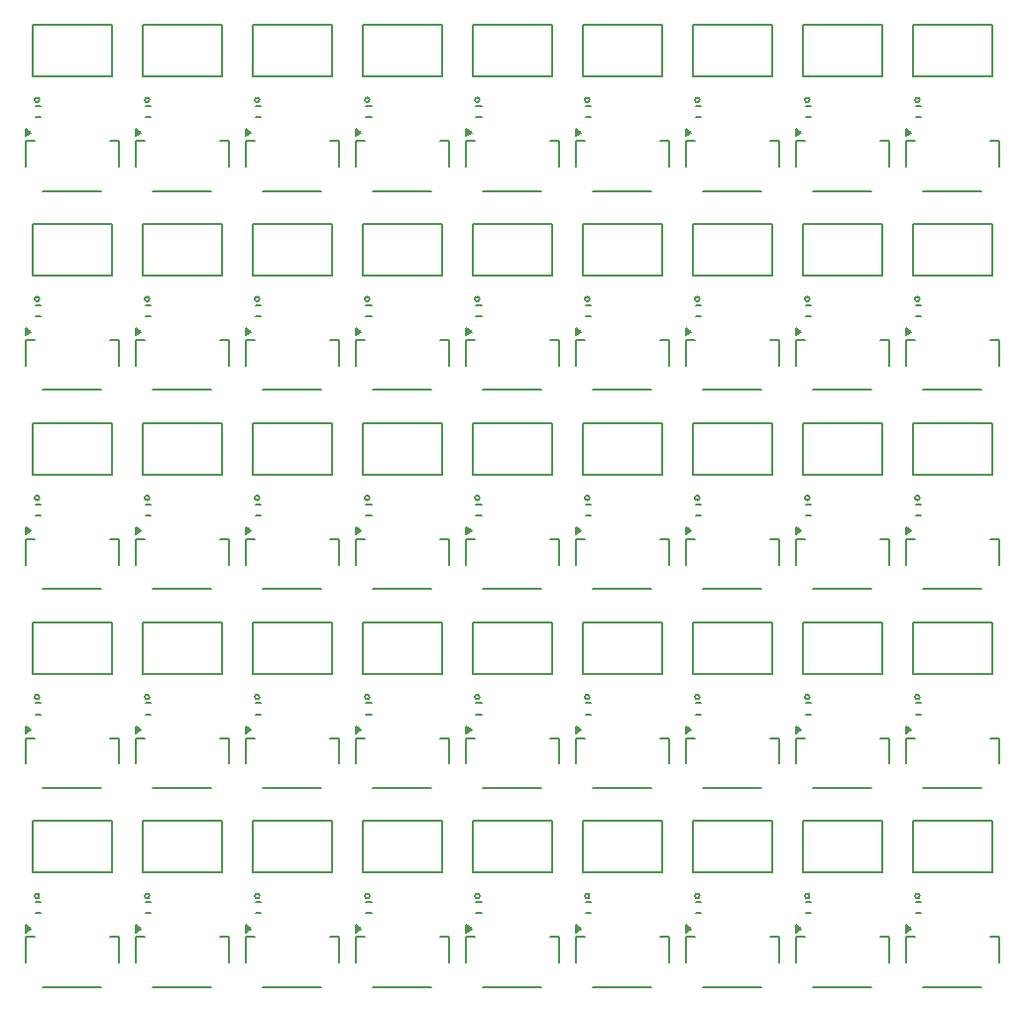
<source format=gbr>
G04 #@! TF.GenerationSoftware,KiCad,Pcbnew,5.0.0-rc2-dev-unknown-c6ef0d5~62~ubuntu16.04.1*
G04 #@! TF.CreationDate,2018-03-19T15:53:38+01:00*
G04 #@! TF.ProjectId,AS5306A_board_5x9_panel,415335333036415F626F6172645F3578,rev?*
G04 #@! TF.SameCoordinates,Original*
G04 #@! TF.FileFunction,Legend,Top*
G04 #@! TF.FilePolarity,Positive*
%FSLAX46Y46*%
G04 Gerber Fmt 4.6, Leading zero omitted, Abs format (unit mm)*
G04 Created by KiCad (PCBNEW 5.0.0-rc2-dev-unknown-c6ef0d5~62~ubuntu16.04.1) date Mon Mar 19 15:53:38 2018*
%MOMM*%
%LPD*%
G01*
G04 APERTURE LIST*
%ADD10C,0.150000*%
%ADD11C,0.203200*%
G04 APERTURE END LIST*
D10*
X176286000Y-60000000D02*
X176286000Y-60200000D01*
X176186000Y-60000000D02*
X176186000Y-60200000D01*
X176086000Y-59900000D02*
X176086000Y-60200000D01*
X176486000Y-60100000D02*
X175986000Y-60400000D01*
X175986000Y-59800000D02*
X176486000Y-60100000D01*
X175986000Y-59800000D02*
X175986000Y-60400000D01*
X175986000Y-60800000D02*
X176786000Y-60800000D01*
X175986000Y-63000000D02*
X175986000Y-60800000D01*
X177486000Y-65075000D02*
X182486000Y-65075000D01*
X183986000Y-63000000D02*
X183986000Y-60800000D01*
X183186000Y-60800000D02*
X183986000Y-60800000D01*
D11*
X167786000Y-91300000D02*
G75*
G03X167786000Y-91300000I-200000J0D01*
G01*
X167186000Y-89300000D02*
X173986000Y-89300000D01*
X173986000Y-89300000D02*
X173986000Y-84900000D01*
X173986000Y-84900000D02*
X167186000Y-84900000D01*
X167186000Y-84900000D02*
X167186000Y-89300000D01*
D10*
X167936000Y-108825000D02*
X167436000Y-108825000D01*
X167436000Y-109775000D02*
X167936000Y-109775000D01*
X176286000Y-128000000D02*
X176286000Y-128200000D01*
X176186000Y-128000000D02*
X176186000Y-128200000D01*
X176086000Y-127900000D02*
X176086000Y-128200000D01*
X176486000Y-128100000D02*
X175986000Y-128400000D01*
X175986000Y-127800000D02*
X176486000Y-128100000D01*
X175986000Y-127800000D02*
X175986000Y-128400000D01*
X175986000Y-128800000D02*
X176786000Y-128800000D01*
X175986000Y-131000000D02*
X175986000Y-128800000D01*
X177486000Y-133075000D02*
X182486000Y-133075000D01*
X183986000Y-131000000D02*
X183986000Y-128800000D01*
X183186000Y-128800000D02*
X183986000Y-128800000D01*
X167936000Y-74825000D02*
X167436000Y-74825000D01*
X167436000Y-75775000D02*
X167936000Y-75775000D01*
X177336000Y-74825000D02*
X176836000Y-74825000D01*
X176836000Y-75775000D02*
X177336000Y-75775000D01*
X176286000Y-77000000D02*
X176286000Y-77200000D01*
X176186000Y-77000000D02*
X176186000Y-77200000D01*
X176086000Y-76900000D02*
X176086000Y-77200000D01*
X176486000Y-77100000D02*
X175986000Y-77400000D01*
X175986000Y-76800000D02*
X176486000Y-77100000D01*
X175986000Y-76800000D02*
X175986000Y-77400000D01*
X175986000Y-77800000D02*
X176786000Y-77800000D01*
X175986000Y-80000000D02*
X175986000Y-77800000D01*
X177486000Y-82075000D02*
X182486000Y-82075000D01*
X183986000Y-80000000D02*
X183986000Y-77800000D01*
X183186000Y-77800000D02*
X183986000Y-77800000D01*
D11*
X177186000Y-108300000D02*
G75*
G03X177186000Y-108300000I-200000J0D01*
G01*
X176586000Y-106300000D02*
X183386000Y-106300000D01*
X183386000Y-106300000D02*
X183386000Y-101900000D01*
X183386000Y-101900000D02*
X176586000Y-101900000D01*
X176586000Y-101900000D02*
X176586000Y-106300000D01*
X177186000Y-57300000D02*
G75*
G03X177186000Y-57300000I-200000J0D01*
G01*
X176586000Y-55300000D02*
X183386000Y-55300000D01*
X183386000Y-55300000D02*
X183386000Y-50900000D01*
X183386000Y-50900000D02*
X176586000Y-50900000D01*
X176586000Y-50900000D02*
X176586000Y-55300000D01*
X177186000Y-125300000D02*
G75*
G03X177186000Y-125300000I-200000J0D01*
G01*
X176586000Y-123300000D02*
X183386000Y-123300000D01*
X183386000Y-123300000D02*
X183386000Y-118900000D01*
X183386000Y-118900000D02*
X176586000Y-118900000D01*
X176586000Y-118900000D02*
X176586000Y-123300000D01*
X167786000Y-125300000D02*
G75*
G03X167786000Y-125300000I-200000J0D01*
G01*
X167186000Y-123300000D02*
X173986000Y-123300000D01*
X173986000Y-123300000D02*
X173986000Y-118900000D01*
X173986000Y-118900000D02*
X167186000Y-118900000D01*
X167186000Y-118900000D02*
X167186000Y-123300000D01*
X177186000Y-91300000D02*
G75*
G03X177186000Y-91300000I-200000J0D01*
G01*
X176586000Y-89300000D02*
X183386000Y-89300000D01*
X183386000Y-89300000D02*
X183386000Y-84900000D01*
X183386000Y-84900000D02*
X176586000Y-84900000D01*
X176586000Y-84900000D02*
X176586000Y-89300000D01*
X177186000Y-74300000D02*
G75*
G03X177186000Y-74300000I-200000J0D01*
G01*
X176586000Y-72300000D02*
X183386000Y-72300000D01*
X183386000Y-72300000D02*
X183386000Y-67900000D01*
X183386000Y-67900000D02*
X176586000Y-67900000D01*
X176586000Y-67900000D02*
X176586000Y-72300000D01*
D10*
X177336000Y-57825000D02*
X176836000Y-57825000D01*
X176836000Y-58775000D02*
X177336000Y-58775000D01*
X177336000Y-125825000D02*
X176836000Y-125825000D01*
X176836000Y-126775000D02*
X177336000Y-126775000D01*
D11*
X167786000Y-108300000D02*
G75*
G03X167786000Y-108300000I-200000J0D01*
G01*
X167186000Y-106300000D02*
X173986000Y-106300000D01*
X173986000Y-106300000D02*
X173986000Y-101900000D01*
X173986000Y-101900000D02*
X167186000Y-101900000D01*
X167186000Y-101900000D02*
X167186000Y-106300000D01*
D10*
X177336000Y-91825000D02*
X176836000Y-91825000D01*
X176836000Y-92775000D02*
X177336000Y-92775000D01*
X166886000Y-60000000D02*
X166886000Y-60200000D01*
X166786000Y-60000000D02*
X166786000Y-60200000D01*
X166686000Y-59900000D02*
X166686000Y-60200000D01*
X167086000Y-60100000D02*
X166586000Y-60400000D01*
X166586000Y-59800000D02*
X167086000Y-60100000D01*
X166586000Y-59800000D02*
X166586000Y-60400000D01*
X166586000Y-60800000D02*
X167386000Y-60800000D01*
X166586000Y-63000000D02*
X166586000Y-60800000D01*
X168086000Y-65075000D02*
X173086000Y-65075000D01*
X174586000Y-63000000D02*
X174586000Y-60800000D01*
X173786000Y-60800000D02*
X174586000Y-60800000D01*
X167936000Y-57825000D02*
X167436000Y-57825000D01*
X167436000Y-58775000D02*
X167936000Y-58775000D01*
X167936000Y-91825000D02*
X167436000Y-91825000D01*
X167436000Y-92775000D02*
X167936000Y-92775000D01*
D11*
X167786000Y-57300000D02*
G75*
G03X167786000Y-57300000I-200000J0D01*
G01*
X167186000Y-55300000D02*
X173986000Y-55300000D01*
X173986000Y-55300000D02*
X173986000Y-50900000D01*
X173986000Y-50900000D02*
X167186000Y-50900000D01*
X167186000Y-50900000D02*
X167186000Y-55300000D01*
D10*
X166886000Y-77000000D02*
X166886000Y-77200000D01*
X166786000Y-77000000D02*
X166786000Y-77200000D01*
X166686000Y-76900000D02*
X166686000Y-77200000D01*
X167086000Y-77100000D02*
X166586000Y-77400000D01*
X166586000Y-76800000D02*
X167086000Y-77100000D01*
X166586000Y-76800000D02*
X166586000Y-77400000D01*
X166586000Y-77800000D02*
X167386000Y-77800000D01*
X166586000Y-80000000D02*
X166586000Y-77800000D01*
X168086000Y-82075000D02*
X173086000Y-82075000D01*
X174586000Y-80000000D02*
X174586000Y-77800000D01*
X173786000Y-77800000D02*
X174586000Y-77800000D01*
X166886000Y-94000000D02*
X166886000Y-94200000D01*
X166786000Y-94000000D02*
X166786000Y-94200000D01*
X166686000Y-93900000D02*
X166686000Y-94200000D01*
X167086000Y-94100000D02*
X166586000Y-94400000D01*
X166586000Y-93800000D02*
X167086000Y-94100000D01*
X166586000Y-93800000D02*
X166586000Y-94400000D01*
X166586000Y-94800000D02*
X167386000Y-94800000D01*
X166586000Y-97000000D02*
X166586000Y-94800000D01*
X168086000Y-99075000D02*
X173086000Y-99075000D01*
X174586000Y-97000000D02*
X174586000Y-94800000D01*
X173786000Y-94800000D02*
X174586000Y-94800000D01*
X167936000Y-125825000D02*
X167436000Y-125825000D01*
X167436000Y-126775000D02*
X167936000Y-126775000D01*
X166886000Y-111000000D02*
X166886000Y-111200000D01*
X166786000Y-111000000D02*
X166786000Y-111200000D01*
X166686000Y-110900000D02*
X166686000Y-111200000D01*
X167086000Y-111100000D02*
X166586000Y-111400000D01*
X166586000Y-110800000D02*
X167086000Y-111100000D01*
X166586000Y-110800000D02*
X166586000Y-111400000D01*
X166586000Y-111800000D02*
X167386000Y-111800000D01*
X166586000Y-114000000D02*
X166586000Y-111800000D01*
X168086000Y-116075000D02*
X173086000Y-116075000D01*
X174586000Y-114000000D02*
X174586000Y-111800000D01*
X173786000Y-111800000D02*
X174586000Y-111800000D01*
X176286000Y-94000000D02*
X176286000Y-94200000D01*
X176186000Y-94000000D02*
X176186000Y-94200000D01*
X176086000Y-93900000D02*
X176086000Y-94200000D01*
X176486000Y-94100000D02*
X175986000Y-94400000D01*
X175986000Y-93800000D02*
X176486000Y-94100000D01*
X175986000Y-93800000D02*
X175986000Y-94400000D01*
X175986000Y-94800000D02*
X176786000Y-94800000D01*
X175986000Y-97000000D02*
X175986000Y-94800000D01*
X177486000Y-99075000D02*
X182486000Y-99075000D01*
X183986000Y-97000000D02*
X183986000Y-94800000D01*
X183186000Y-94800000D02*
X183986000Y-94800000D01*
X166886000Y-128000000D02*
X166886000Y-128200000D01*
X166786000Y-128000000D02*
X166786000Y-128200000D01*
X166686000Y-127900000D02*
X166686000Y-128200000D01*
X167086000Y-128100000D02*
X166586000Y-128400000D01*
X166586000Y-127800000D02*
X167086000Y-128100000D01*
X166586000Y-127800000D02*
X166586000Y-128400000D01*
X166586000Y-128800000D02*
X167386000Y-128800000D01*
X166586000Y-131000000D02*
X166586000Y-128800000D01*
X168086000Y-133075000D02*
X173086000Y-133075000D01*
X174586000Y-131000000D02*
X174586000Y-128800000D01*
X173786000Y-128800000D02*
X174586000Y-128800000D01*
X177336000Y-108825000D02*
X176836000Y-108825000D01*
X176836000Y-109775000D02*
X177336000Y-109775000D01*
D11*
X167786000Y-74300000D02*
G75*
G03X167786000Y-74300000I-200000J0D01*
G01*
X167186000Y-72300000D02*
X173986000Y-72300000D01*
X173986000Y-72300000D02*
X173986000Y-67900000D01*
X173986000Y-67900000D02*
X167186000Y-67900000D01*
X167186000Y-67900000D02*
X167186000Y-72300000D01*
D10*
X176286000Y-111000000D02*
X176286000Y-111200000D01*
X176186000Y-111000000D02*
X176186000Y-111200000D01*
X176086000Y-110900000D02*
X176086000Y-111200000D01*
X176486000Y-111100000D02*
X175986000Y-111400000D01*
X175986000Y-110800000D02*
X176486000Y-111100000D01*
X175986000Y-110800000D02*
X175986000Y-111400000D01*
X175986000Y-111800000D02*
X176786000Y-111800000D01*
X175986000Y-114000000D02*
X175986000Y-111800000D01*
X177486000Y-116075000D02*
X182486000Y-116075000D01*
X183986000Y-114000000D02*
X183986000Y-111800000D01*
X183186000Y-111800000D02*
X183986000Y-111800000D01*
X158040000Y-92775000D02*
X158540000Y-92775000D01*
X158540000Y-91825000D02*
X158040000Y-91825000D01*
X154990000Y-60800000D02*
X155790000Y-60800000D01*
X155790000Y-63000000D02*
X155790000Y-60800000D01*
X149290000Y-65075000D02*
X154290000Y-65075000D01*
X147790000Y-63000000D02*
X147790000Y-60800000D01*
X147790000Y-60800000D02*
X148590000Y-60800000D01*
X147790000Y-59800000D02*
X147790000Y-60400000D01*
X147790000Y-59800000D02*
X148290000Y-60100000D01*
X148290000Y-60100000D02*
X147790000Y-60400000D01*
X147890000Y-59900000D02*
X147890000Y-60200000D01*
X147990000Y-60000000D02*
X147990000Y-60200000D01*
X148090000Y-60000000D02*
X148090000Y-60200000D01*
X148640000Y-58775000D02*
X149140000Y-58775000D01*
X149140000Y-57825000D02*
X148640000Y-57825000D01*
X148640000Y-92775000D02*
X149140000Y-92775000D01*
X149140000Y-91825000D02*
X148640000Y-91825000D01*
X164390000Y-60800000D02*
X165190000Y-60800000D01*
X165190000Y-63000000D02*
X165190000Y-60800000D01*
X158690000Y-65075000D02*
X163690000Y-65075000D01*
X157190000Y-63000000D02*
X157190000Y-60800000D01*
X157190000Y-60800000D02*
X157990000Y-60800000D01*
X157190000Y-59800000D02*
X157190000Y-60400000D01*
X157190000Y-59800000D02*
X157690000Y-60100000D01*
X157690000Y-60100000D02*
X157190000Y-60400000D01*
X157290000Y-59900000D02*
X157290000Y-60200000D01*
X157390000Y-60000000D02*
X157390000Y-60200000D01*
X157490000Y-60000000D02*
X157490000Y-60200000D01*
D11*
X148390000Y-84900000D02*
X148390000Y-89300000D01*
X155190000Y-84900000D02*
X148390000Y-84900000D01*
X155190000Y-89300000D02*
X155190000Y-84900000D01*
X148390000Y-89300000D02*
X155190000Y-89300000D01*
X148990000Y-91300000D02*
G75*
G03X148990000Y-91300000I-200000J0D01*
G01*
D10*
X154990000Y-128800000D02*
X155790000Y-128800000D01*
X155790000Y-131000000D02*
X155790000Y-128800000D01*
X149290000Y-133075000D02*
X154290000Y-133075000D01*
X147790000Y-131000000D02*
X147790000Y-128800000D01*
X147790000Y-128800000D02*
X148590000Y-128800000D01*
X147790000Y-127800000D02*
X147790000Y-128400000D01*
X147790000Y-127800000D02*
X148290000Y-128100000D01*
X148290000Y-128100000D02*
X147790000Y-128400000D01*
X147890000Y-127900000D02*
X147890000Y-128200000D01*
X147990000Y-128000000D02*
X147990000Y-128200000D01*
X148090000Y-128000000D02*
X148090000Y-128200000D01*
X158040000Y-109775000D02*
X158540000Y-109775000D01*
X158540000Y-108825000D02*
X158040000Y-108825000D01*
X148640000Y-109775000D02*
X149140000Y-109775000D01*
X149140000Y-108825000D02*
X148640000Y-108825000D01*
X164390000Y-128800000D02*
X165190000Y-128800000D01*
X165190000Y-131000000D02*
X165190000Y-128800000D01*
X158690000Y-133075000D02*
X163690000Y-133075000D01*
X157190000Y-131000000D02*
X157190000Y-128800000D01*
X157190000Y-128800000D02*
X157990000Y-128800000D01*
X157190000Y-127800000D02*
X157190000Y-128400000D01*
X157190000Y-127800000D02*
X157690000Y-128100000D01*
X157690000Y-128100000D02*
X157190000Y-128400000D01*
X157290000Y-127900000D02*
X157290000Y-128200000D01*
X157390000Y-128000000D02*
X157390000Y-128200000D01*
X157490000Y-128000000D02*
X157490000Y-128200000D01*
X148640000Y-75775000D02*
X149140000Y-75775000D01*
X149140000Y-74825000D02*
X148640000Y-74825000D01*
X158040000Y-75775000D02*
X158540000Y-75775000D01*
X158540000Y-74825000D02*
X158040000Y-74825000D01*
X164390000Y-77800000D02*
X165190000Y-77800000D01*
X165190000Y-80000000D02*
X165190000Y-77800000D01*
X158690000Y-82075000D02*
X163690000Y-82075000D01*
X157190000Y-80000000D02*
X157190000Y-77800000D01*
X157190000Y-77800000D02*
X157990000Y-77800000D01*
X157190000Y-76800000D02*
X157190000Y-77400000D01*
X157190000Y-76800000D02*
X157690000Y-77100000D01*
X157690000Y-77100000D02*
X157190000Y-77400000D01*
X157290000Y-76900000D02*
X157290000Y-77200000D01*
X157390000Y-77000000D02*
X157390000Y-77200000D01*
X157490000Y-77000000D02*
X157490000Y-77200000D01*
D11*
X157790000Y-101900000D02*
X157790000Y-106300000D01*
X164590000Y-101900000D02*
X157790000Y-101900000D01*
X164590000Y-106300000D02*
X164590000Y-101900000D01*
X157790000Y-106300000D02*
X164590000Y-106300000D01*
X158390000Y-108300000D02*
G75*
G03X158390000Y-108300000I-200000J0D01*
G01*
X148390000Y-50900000D02*
X148390000Y-55300000D01*
X155190000Y-50900000D02*
X148390000Y-50900000D01*
X155190000Y-55300000D02*
X155190000Y-50900000D01*
X148390000Y-55300000D02*
X155190000Y-55300000D01*
X148990000Y-57300000D02*
G75*
G03X148990000Y-57300000I-200000J0D01*
G01*
D10*
X154990000Y-77800000D02*
X155790000Y-77800000D01*
X155790000Y-80000000D02*
X155790000Y-77800000D01*
X149290000Y-82075000D02*
X154290000Y-82075000D01*
X147790000Y-80000000D02*
X147790000Y-77800000D01*
X147790000Y-77800000D02*
X148590000Y-77800000D01*
X147790000Y-76800000D02*
X147790000Y-77400000D01*
X147790000Y-76800000D02*
X148290000Y-77100000D01*
X148290000Y-77100000D02*
X147790000Y-77400000D01*
X147890000Y-76900000D02*
X147890000Y-77200000D01*
X147990000Y-77000000D02*
X147990000Y-77200000D01*
X148090000Y-77000000D02*
X148090000Y-77200000D01*
X154990000Y-94800000D02*
X155790000Y-94800000D01*
X155790000Y-97000000D02*
X155790000Y-94800000D01*
X149290000Y-99075000D02*
X154290000Y-99075000D01*
X147790000Y-97000000D02*
X147790000Y-94800000D01*
X147790000Y-94800000D02*
X148590000Y-94800000D01*
X147790000Y-93800000D02*
X147790000Y-94400000D01*
X147790000Y-93800000D02*
X148290000Y-94100000D01*
X148290000Y-94100000D02*
X147790000Y-94400000D01*
X147890000Y-93900000D02*
X147890000Y-94200000D01*
X147990000Y-94000000D02*
X147990000Y-94200000D01*
X148090000Y-94000000D02*
X148090000Y-94200000D01*
X148640000Y-126775000D02*
X149140000Y-126775000D01*
X149140000Y-125825000D02*
X148640000Y-125825000D01*
X154990000Y-111800000D02*
X155790000Y-111800000D01*
X155790000Y-114000000D02*
X155790000Y-111800000D01*
X149290000Y-116075000D02*
X154290000Y-116075000D01*
X147790000Y-114000000D02*
X147790000Y-111800000D01*
X147790000Y-111800000D02*
X148590000Y-111800000D01*
X147790000Y-110800000D02*
X147790000Y-111400000D01*
X147790000Y-110800000D02*
X148290000Y-111100000D01*
X148290000Y-111100000D02*
X147790000Y-111400000D01*
X147890000Y-110900000D02*
X147890000Y-111200000D01*
X147990000Y-111000000D02*
X147990000Y-111200000D01*
X148090000Y-111000000D02*
X148090000Y-111200000D01*
X164390000Y-94800000D02*
X165190000Y-94800000D01*
X165190000Y-97000000D02*
X165190000Y-94800000D01*
X158690000Y-99075000D02*
X163690000Y-99075000D01*
X157190000Y-97000000D02*
X157190000Y-94800000D01*
X157190000Y-94800000D02*
X157990000Y-94800000D01*
X157190000Y-93800000D02*
X157190000Y-94400000D01*
X157190000Y-93800000D02*
X157690000Y-94100000D01*
X157690000Y-94100000D02*
X157190000Y-94400000D01*
X157290000Y-93900000D02*
X157290000Y-94200000D01*
X157390000Y-94000000D02*
X157390000Y-94200000D01*
X157490000Y-94000000D02*
X157490000Y-94200000D01*
X158040000Y-58775000D02*
X158540000Y-58775000D01*
X158540000Y-57825000D02*
X158040000Y-57825000D01*
D11*
X148390000Y-67900000D02*
X148390000Y-72300000D01*
X155190000Y-67900000D02*
X148390000Y-67900000D01*
X155190000Y-72300000D02*
X155190000Y-67900000D01*
X148390000Y-72300000D02*
X155190000Y-72300000D01*
X148990000Y-74300000D02*
G75*
G03X148990000Y-74300000I-200000J0D01*
G01*
D10*
X164390000Y-111800000D02*
X165190000Y-111800000D01*
X165190000Y-114000000D02*
X165190000Y-111800000D01*
X158690000Y-116075000D02*
X163690000Y-116075000D01*
X157190000Y-114000000D02*
X157190000Y-111800000D01*
X157190000Y-111800000D02*
X157990000Y-111800000D01*
X157190000Y-110800000D02*
X157190000Y-111400000D01*
X157190000Y-110800000D02*
X157690000Y-111100000D01*
X157690000Y-111100000D02*
X157190000Y-111400000D01*
X157290000Y-110900000D02*
X157290000Y-111200000D01*
X157390000Y-111000000D02*
X157390000Y-111200000D01*
X157490000Y-111000000D02*
X157490000Y-111200000D01*
D11*
X157790000Y-50900000D02*
X157790000Y-55300000D01*
X164590000Y-50900000D02*
X157790000Y-50900000D01*
X164590000Y-55300000D02*
X164590000Y-50900000D01*
X157790000Y-55300000D02*
X164590000Y-55300000D01*
X158390000Y-57300000D02*
G75*
G03X158390000Y-57300000I-200000J0D01*
G01*
X157790000Y-118900000D02*
X157790000Y-123300000D01*
X164590000Y-118900000D02*
X157790000Y-118900000D01*
X164590000Y-123300000D02*
X164590000Y-118900000D01*
X157790000Y-123300000D02*
X164590000Y-123300000D01*
X158390000Y-125300000D02*
G75*
G03X158390000Y-125300000I-200000J0D01*
G01*
X148390000Y-118900000D02*
X148390000Y-123300000D01*
X155190000Y-118900000D02*
X148390000Y-118900000D01*
X155190000Y-123300000D02*
X155190000Y-118900000D01*
X148390000Y-123300000D02*
X155190000Y-123300000D01*
X148990000Y-125300000D02*
G75*
G03X148990000Y-125300000I-200000J0D01*
G01*
X157790000Y-84900000D02*
X157790000Y-89300000D01*
X164590000Y-84900000D02*
X157790000Y-84900000D01*
X164590000Y-89300000D02*
X164590000Y-84900000D01*
X157790000Y-89300000D02*
X164590000Y-89300000D01*
X158390000Y-91300000D02*
G75*
G03X158390000Y-91300000I-200000J0D01*
G01*
X157790000Y-67900000D02*
X157790000Y-72300000D01*
X164590000Y-67900000D02*
X157790000Y-67900000D01*
X164590000Y-72300000D02*
X164590000Y-67900000D01*
X157790000Y-72300000D02*
X164590000Y-72300000D01*
X158390000Y-74300000D02*
G75*
G03X158390000Y-74300000I-200000J0D01*
G01*
D10*
X158040000Y-126775000D02*
X158540000Y-126775000D01*
X158540000Y-125825000D02*
X158040000Y-125825000D01*
D11*
X148390000Y-101900000D02*
X148390000Y-106300000D01*
X155190000Y-101900000D02*
X148390000Y-101900000D01*
X155190000Y-106300000D02*
X155190000Y-101900000D01*
X148390000Y-106300000D02*
X155190000Y-106300000D01*
X148990000Y-108300000D02*
G75*
G03X148990000Y-108300000I-200000J0D01*
G01*
X139600000Y-125300000D02*
G75*
G03X139600000Y-125300000I-200000J0D01*
G01*
X139000000Y-123300000D02*
X145800000Y-123300000D01*
X145800000Y-123300000D02*
X145800000Y-118900000D01*
X145800000Y-118900000D02*
X139000000Y-118900000D01*
X139000000Y-118900000D02*
X139000000Y-123300000D01*
X130200000Y-125300000D02*
G75*
G03X130200000Y-125300000I-200000J0D01*
G01*
X129600000Y-123300000D02*
X136400000Y-123300000D01*
X136400000Y-123300000D02*
X136400000Y-118900000D01*
X136400000Y-118900000D02*
X129600000Y-118900000D01*
X129600000Y-118900000D02*
X129600000Y-123300000D01*
X120800000Y-125300000D02*
G75*
G03X120800000Y-125300000I-200000J0D01*
G01*
X120200000Y-123300000D02*
X127000000Y-123300000D01*
X127000000Y-123300000D02*
X127000000Y-118900000D01*
X127000000Y-118900000D02*
X120200000Y-118900000D01*
X120200000Y-118900000D02*
X120200000Y-123300000D01*
X111400000Y-125300000D02*
G75*
G03X111400000Y-125300000I-200000J0D01*
G01*
X110800000Y-123300000D02*
X117600000Y-123300000D01*
X117600000Y-123300000D02*
X117600000Y-118900000D01*
X117600000Y-118900000D02*
X110800000Y-118900000D01*
X110800000Y-118900000D02*
X110800000Y-123300000D01*
X102000000Y-125300000D02*
G75*
G03X102000000Y-125300000I-200000J0D01*
G01*
X101400000Y-123300000D02*
X108200000Y-123300000D01*
X108200000Y-123300000D02*
X108200000Y-118900000D01*
X108200000Y-118900000D02*
X101400000Y-118900000D01*
X101400000Y-118900000D02*
X101400000Y-123300000D01*
X139600000Y-108300000D02*
G75*
G03X139600000Y-108300000I-200000J0D01*
G01*
X139000000Y-106300000D02*
X145800000Y-106300000D01*
X145800000Y-106300000D02*
X145800000Y-101900000D01*
X145800000Y-101900000D02*
X139000000Y-101900000D01*
X139000000Y-101900000D02*
X139000000Y-106300000D01*
X130200000Y-108300000D02*
G75*
G03X130200000Y-108300000I-200000J0D01*
G01*
X129600000Y-106300000D02*
X136400000Y-106300000D01*
X136400000Y-106300000D02*
X136400000Y-101900000D01*
X136400000Y-101900000D02*
X129600000Y-101900000D01*
X129600000Y-101900000D02*
X129600000Y-106300000D01*
X120800000Y-108300000D02*
G75*
G03X120800000Y-108300000I-200000J0D01*
G01*
X120200000Y-106300000D02*
X127000000Y-106300000D01*
X127000000Y-106300000D02*
X127000000Y-101900000D01*
X127000000Y-101900000D02*
X120200000Y-101900000D01*
X120200000Y-101900000D02*
X120200000Y-106300000D01*
X111400000Y-108300000D02*
G75*
G03X111400000Y-108300000I-200000J0D01*
G01*
X110800000Y-106300000D02*
X117600000Y-106300000D01*
X117600000Y-106300000D02*
X117600000Y-101900000D01*
X117600000Y-101900000D02*
X110800000Y-101900000D01*
X110800000Y-101900000D02*
X110800000Y-106300000D01*
X102000000Y-108300000D02*
G75*
G03X102000000Y-108300000I-200000J0D01*
G01*
X101400000Y-106300000D02*
X108200000Y-106300000D01*
X108200000Y-106300000D02*
X108200000Y-101900000D01*
X108200000Y-101900000D02*
X101400000Y-101900000D01*
X101400000Y-101900000D02*
X101400000Y-106300000D01*
X139600000Y-91300000D02*
G75*
G03X139600000Y-91300000I-200000J0D01*
G01*
X139000000Y-89300000D02*
X145800000Y-89300000D01*
X145800000Y-89300000D02*
X145800000Y-84900000D01*
X145800000Y-84900000D02*
X139000000Y-84900000D01*
X139000000Y-84900000D02*
X139000000Y-89300000D01*
X130200000Y-91300000D02*
G75*
G03X130200000Y-91300000I-200000J0D01*
G01*
X129600000Y-89300000D02*
X136400000Y-89300000D01*
X136400000Y-89300000D02*
X136400000Y-84900000D01*
X136400000Y-84900000D02*
X129600000Y-84900000D01*
X129600000Y-84900000D02*
X129600000Y-89300000D01*
X120800000Y-91300000D02*
G75*
G03X120800000Y-91300000I-200000J0D01*
G01*
X120200000Y-89300000D02*
X127000000Y-89300000D01*
X127000000Y-89300000D02*
X127000000Y-84900000D01*
X127000000Y-84900000D02*
X120200000Y-84900000D01*
X120200000Y-84900000D02*
X120200000Y-89300000D01*
X111400000Y-91300000D02*
G75*
G03X111400000Y-91300000I-200000J0D01*
G01*
X110800000Y-89300000D02*
X117600000Y-89300000D01*
X117600000Y-89300000D02*
X117600000Y-84900000D01*
X117600000Y-84900000D02*
X110800000Y-84900000D01*
X110800000Y-84900000D02*
X110800000Y-89300000D01*
X102000000Y-91300000D02*
G75*
G03X102000000Y-91300000I-200000J0D01*
G01*
X101400000Y-89300000D02*
X108200000Y-89300000D01*
X108200000Y-89300000D02*
X108200000Y-84900000D01*
X108200000Y-84900000D02*
X101400000Y-84900000D01*
X101400000Y-84900000D02*
X101400000Y-89300000D01*
X139600000Y-74300000D02*
G75*
G03X139600000Y-74300000I-200000J0D01*
G01*
X139000000Y-72300000D02*
X145800000Y-72300000D01*
X145800000Y-72300000D02*
X145800000Y-67900000D01*
X145800000Y-67900000D02*
X139000000Y-67900000D01*
X139000000Y-67900000D02*
X139000000Y-72300000D01*
X130200000Y-74300000D02*
G75*
G03X130200000Y-74300000I-200000J0D01*
G01*
X129600000Y-72300000D02*
X136400000Y-72300000D01*
X136400000Y-72300000D02*
X136400000Y-67900000D01*
X136400000Y-67900000D02*
X129600000Y-67900000D01*
X129600000Y-67900000D02*
X129600000Y-72300000D01*
X120800000Y-74300000D02*
G75*
G03X120800000Y-74300000I-200000J0D01*
G01*
X120200000Y-72300000D02*
X127000000Y-72300000D01*
X127000000Y-72300000D02*
X127000000Y-67900000D01*
X127000000Y-67900000D02*
X120200000Y-67900000D01*
X120200000Y-67900000D02*
X120200000Y-72300000D01*
X111400000Y-74300000D02*
G75*
G03X111400000Y-74300000I-200000J0D01*
G01*
X110800000Y-72300000D02*
X117600000Y-72300000D01*
X117600000Y-72300000D02*
X117600000Y-67900000D01*
X117600000Y-67900000D02*
X110800000Y-67900000D01*
X110800000Y-67900000D02*
X110800000Y-72300000D01*
X102000000Y-74300000D02*
G75*
G03X102000000Y-74300000I-200000J0D01*
G01*
X101400000Y-72300000D02*
X108200000Y-72300000D01*
X108200000Y-72300000D02*
X108200000Y-67900000D01*
X108200000Y-67900000D02*
X101400000Y-67900000D01*
X101400000Y-67900000D02*
X101400000Y-72300000D01*
X139600000Y-57300000D02*
G75*
G03X139600000Y-57300000I-200000J0D01*
G01*
X139000000Y-55300000D02*
X145800000Y-55300000D01*
X145800000Y-55300000D02*
X145800000Y-50900000D01*
X145800000Y-50900000D02*
X139000000Y-50900000D01*
X139000000Y-50900000D02*
X139000000Y-55300000D01*
X130200000Y-57300000D02*
G75*
G03X130200000Y-57300000I-200000J0D01*
G01*
X129600000Y-55300000D02*
X136400000Y-55300000D01*
X136400000Y-55300000D02*
X136400000Y-50900000D01*
X136400000Y-50900000D02*
X129600000Y-50900000D01*
X129600000Y-50900000D02*
X129600000Y-55300000D01*
X120800000Y-57300000D02*
G75*
G03X120800000Y-57300000I-200000J0D01*
G01*
X120200000Y-55300000D02*
X127000000Y-55300000D01*
X127000000Y-55300000D02*
X127000000Y-50900000D01*
X127000000Y-50900000D02*
X120200000Y-50900000D01*
X120200000Y-50900000D02*
X120200000Y-55300000D01*
X111400000Y-57300000D02*
G75*
G03X111400000Y-57300000I-200000J0D01*
G01*
X110800000Y-55300000D02*
X117600000Y-55300000D01*
X117600000Y-55300000D02*
X117600000Y-50900000D01*
X117600000Y-50900000D02*
X110800000Y-50900000D01*
X110800000Y-50900000D02*
X110800000Y-55300000D01*
D10*
X139750000Y-125825000D02*
X139250000Y-125825000D01*
X139250000Y-126775000D02*
X139750000Y-126775000D01*
X130350000Y-125825000D02*
X129850000Y-125825000D01*
X129850000Y-126775000D02*
X130350000Y-126775000D01*
X120950000Y-125825000D02*
X120450000Y-125825000D01*
X120450000Y-126775000D02*
X120950000Y-126775000D01*
X111550000Y-125825000D02*
X111050000Y-125825000D01*
X111050000Y-126775000D02*
X111550000Y-126775000D01*
X102150000Y-125825000D02*
X101650000Y-125825000D01*
X101650000Y-126775000D02*
X102150000Y-126775000D01*
X139750000Y-108825000D02*
X139250000Y-108825000D01*
X139250000Y-109775000D02*
X139750000Y-109775000D01*
X130350000Y-108825000D02*
X129850000Y-108825000D01*
X129850000Y-109775000D02*
X130350000Y-109775000D01*
X120950000Y-108825000D02*
X120450000Y-108825000D01*
X120450000Y-109775000D02*
X120950000Y-109775000D01*
X111550000Y-108825000D02*
X111050000Y-108825000D01*
X111050000Y-109775000D02*
X111550000Y-109775000D01*
X102150000Y-108825000D02*
X101650000Y-108825000D01*
X101650000Y-109775000D02*
X102150000Y-109775000D01*
X139750000Y-91825000D02*
X139250000Y-91825000D01*
X139250000Y-92775000D02*
X139750000Y-92775000D01*
X130350000Y-91825000D02*
X129850000Y-91825000D01*
X129850000Y-92775000D02*
X130350000Y-92775000D01*
X120950000Y-91825000D02*
X120450000Y-91825000D01*
X120450000Y-92775000D02*
X120950000Y-92775000D01*
X111550000Y-91825000D02*
X111050000Y-91825000D01*
X111050000Y-92775000D02*
X111550000Y-92775000D01*
X102150000Y-91825000D02*
X101650000Y-91825000D01*
X101650000Y-92775000D02*
X102150000Y-92775000D01*
X139750000Y-74825000D02*
X139250000Y-74825000D01*
X139250000Y-75775000D02*
X139750000Y-75775000D01*
X130350000Y-74825000D02*
X129850000Y-74825000D01*
X129850000Y-75775000D02*
X130350000Y-75775000D01*
X120950000Y-74825000D02*
X120450000Y-74825000D01*
X120450000Y-75775000D02*
X120950000Y-75775000D01*
X111550000Y-74825000D02*
X111050000Y-74825000D01*
X111050000Y-75775000D02*
X111550000Y-75775000D01*
X102150000Y-74825000D02*
X101650000Y-74825000D01*
X101650000Y-75775000D02*
X102150000Y-75775000D01*
X139750000Y-57825000D02*
X139250000Y-57825000D01*
X139250000Y-58775000D02*
X139750000Y-58775000D01*
X130350000Y-57825000D02*
X129850000Y-57825000D01*
X129850000Y-58775000D02*
X130350000Y-58775000D01*
X120950000Y-57825000D02*
X120450000Y-57825000D01*
X120450000Y-58775000D02*
X120950000Y-58775000D01*
X111550000Y-57825000D02*
X111050000Y-57825000D01*
X111050000Y-58775000D02*
X111550000Y-58775000D01*
X138700000Y-128000000D02*
X138700000Y-128200000D01*
X138600000Y-128000000D02*
X138600000Y-128200000D01*
X138500000Y-127900000D02*
X138500000Y-128200000D01*
X138900000Y-128100000D02*
X138400000Y-128400000D01*
X138400000Y-127800000D02*
X138900000Y-128100000D01*
X138400000Y-127800000D02*
X138400000Y-128400000D01*
X138400000Y-128800000D02*
X139200000Y-128800000D01*
X138400000Y-131000000D02*
X138400000Y-128800000D01*
X139900000Y-133075000D02*
X144900000Y-133075000D01*
X146400000Y-131000000D02*
X146400000Y-128800000D01*
X145600000Y-128800000D02*
X146400000Y-128800000D01*
X129300000Y-128000000D02*
X129300000Y-128200000D01*
X129200000Y-128000000D02*
X129200000Y-128200000D01*
X129100000Y-127900000D02*
X129100000Y-128200000D01*
X129500000Y-128100000D02*
X129000000Y-128400000D01*
X129000000Y-127800000D02*
X129500000Y-128100000D01*
X129000000Y-127800000D02*
X129000000Y-128400000D01*
X129000000Y-128800000D02*
X129800000Y-128800000D01*
X129000000Y-131000000D02*
X129000000Y-128800000D01*
X130500000Y-133075000D02*
X135500000Y-133075000D01*
X137000000Y-131000000D02*
X137000000Y-128800000D01*
X136200000Y-128800000D02*
X137000000Y-128800000D01*
X119900000Y-128000000D02*
X119900000Y-128200000D01*
X119800000Y-128000000D02*
X119800000Y-128200000D01*
X119700000Y-127900000D02*
X119700000Y-128200000D01*
X120100000Y-128100000D02*
X119600000Y-128400000D01*
X119600000Y-127800000D02*
X120100000Y-128100000D01*
X119600000Y-127800000D02*
X119600000Y-128400000D01*
X119600000Y-128800000D02*
X120400000Y-128800000D01*
X119600000Y-131000000D02*
X119600000Y-128800000D01*
X121100000Y-133075000D02*
X126100000Y-133075000D01*
X127600000Y-131000000D02*
X127600000Y-128800000D01*
X126800000Y-128800000D02*
X127600000Y-128800000D01*
X110500000Y-128000000D02*
X110500000Y-128200000D01*
X110400000Y-128000000D02*
X110400000Y-128200000D01*
X110300000Y-127900000D02*
X110300000Y-128200000D01*
X110700000Y-128100000D02*
X110200000Y-128400000D01*
X110200000Y-127800000D02*
X110700000Y-128100000D01*
X110200000Y-127800000D02*
X110200000Y-128400000D01*
X110200000Y-128800000D02*
X111000000Y-128800000D01*
X110200000Y-131000000D02*
X110200000Y-128800000D01*
X111700000Y-133075000D02*
X116700000Y-133075000D01*
X118200000Y-131000000D02*
X118200000Y-128800000D01*
X117400000Y-128800000D02*
X118200000Y-128800000D01*
X101100000Y-128000000D02*
X101100000Y-128200000D01*
X101000000Y-128000000D02*
X101000000Y-128200000D01*
X100900000Y-127900000D02*
X100900000Y-128200000D01*
X101300000Y-128100000D02*
X100800000Y-128400000D01*
X100800000Y-127800000D02*
X101300000Y-128100000D01*
X100800000Y-127800000D02*
X100800000Y-128400000D01*
X100800000Y-128800000D02*
X101600000Y-128800000D01*
X100800000Y-131000000D02*
X100800000Y-128800000D01*
X102300000Y-133075000D02*
X107300000Y-133075000D01*
X108800000Y-131000000D02*
X108800000Y-128800000D01*
X108000000Y-128800000D02*
X108800000Y-128800000D01*
X138700000Y-111000000D02*
X138700000Y-111200000D01*
X138600000Y-111000000D02*
X138600000Y-111200000D01*
X138500000Y-110900000D02*
X138500000Y-111200000D01*
X138900000Y-111100000D02*
X138400000Y-111400000D01*
X138400000Y-110800000D02*
X138900000Y-111100000D01*
X138400000Y-110800000D02*
X138400000Y-111400000D01*
X138400000Y-111800000D02*
X139200000Y-111800000D01*
X138400000Y-114000000D02*
X138400000Y-111800000D01*
X139900000Y-116075000D02*
X144900000Y-116075000D01*
X146400000Y-114000000D02*
X146400000Y-111800000D01*
X145600000Y-111800000D02*
X146400000Y-111800000D01*
X129300000Y-111000000D02*
X129300000Y-111200000D01*
X129200000Y-111000000D02*
X129200000Y-111200000D01*
X129100000Y-110900000D02*
X129100000Y-111200000D01*
X129500000Y-111100000D02*
X129000000Y-111400000D01*
X129000000Y-110800000D02*
X129500000Y-111100000D01*
X129000000Y-110800000D02*
X129000000Y-111400000D01*
X129000000Y-111800000D02*
X129800000Y-111800000D01*
X129000000Y-114000000D02*
X129000000Y-111800000D01*
X130500000Y-116075000D02*
X135500000Y-116075000D01*
X137000000Y-114000000D02*
X137000000Y-111800000D01*
X136200000Y-111800000D02*
X137000000Y-111800000D01*
X119900000Y-111000000D02*
X119900000Y-111200000D01*
X119800000Y-111000000D02*
X119800000Y-111200000D01*
X119700000Y-110900000D02*
X119700000Y-111200000D01*
X120100000Y-111100000D02*
X119600000Y-111400000D01*
X119600000Y-110800000D02*
X120100000Y-111100000D01*
X119600000Y-110800000D02*
X119600000Y-111400000D01*
X119600000Y-111800000D02*
X120400000Y-111800000D01*
X119600000Y-114000000D02*
X119600000Y-111800000D01*
X121100000Y-116075000D02*
X126100000Y-116075000D01*
X127600000Y-114000000D02*
X127600000Y-111800000D01*
X126800000Y-111800000D02*
X127600000Y-111800000D01*
X110500000Y-111000000D02*
X110500000Y-111200000D01*
X110400000Y-111000000D02*
X110400000Y-111200000D01*
X110300000Y-110900000D02*
X110300000Y-111200000D01*
X110700000Y-111100000D02*
X110200000Y-111400000D01*
X110200000Y-110800000D02*
X110700000Y-111100000D01*
X110200000Y-110800000D02*
X110200000Y-111400000D01*
X110200000Y-111800000D02*
X111000000Y-111800000D01*
X110200000Y-114000000D02*
X110200000Y-111800000D01*
X111700000Y-116075000D02*
X116700000Y-116075000D01*
X118200000Y-114000000D02*
X118200000Y-111800000D01*
X117400000Y-111800000D02*
X118200000Y-111800000D01*
X101100000Y-111000000D02*
X101100000Y-111200000D01*
X101000000Y-111000000D02*
X101000000Y-111200000D01*
X100900000Y-110900000D02*
X100900000Y-111200000D01*
X101300000Y-111100000D02*
X100800000Y-111400000D01*
X100800000Y-110800000D02*
X101300000Y-111100000D01*
X100800000Y-110800000D02*
X100800000Y-111400000D01*
X100800000Y-111800000D02*
X101600000Y-111800000D01*
X100800000Y-114000000D02*
X100800000Y-111800000D01*
X102300000Y-116075000D02*
X107300000Y-116075000D01*
X108800000Y-114000000D02*
X108800000Y-111800000D01*
X108000000Y-111800000D02*
X108800000Y-111800000D01*
X138700000Y-94000000D02*
X138700000Y-94200000D01*
X138600000Y-94000000D02*
X138600000Y-94200000D01*
X138500000Y-93900000D02*
X138500000Y-94200000D01*
X138900000Y-94100000D02*
X138400000Y-94400000D01*
X138400000Y-93800000D02*
X138900000Y-94100000D01*
X138400000Y-93800000D02*
X138400000Y-94400000D01*
X138400000Y-94800000D02*
X139200000Y-94800000D01*
X138400000Y-97000000D02*
X138400000Y-94800000D01*
X139900000Y-99075000D02*
X144900000Y-99075000D01*
X146400000Y-97000000D02*
X146400000Y-94800000D01*
X145600000Y-94800000D02*
X146400000Y-94800000D01*
X129300000Y-94000000D02*
X129300000Y-94200000D01*
X129200000Y-94000000D02*
X129200000Y-94200000D01*
X129100000Y-93900000D02*
X129100000Y-94200000D01*
X129500000Y-94100000D02*
X129000000Y-94400000D01*
X129000000Y-93800000D02*
X129500000Y-94100000D01*
X129000000Y-93800000D02*
X129000000Y-94400000D01*
X129000000Y-94800000D02*
X129800000Y-94800000D01*
X129000000Y-97000000D02*
X129000000Y-94800000D01*
X130500000Y-99075000D02*
X135500000Y-99075000D01*
X137000000Y-97000000D02*
X137000000Y-94800000D01*
X136200000Y-94800000D02*
X137000000Y-94800000D01*
X119900000Y-94000000D02*
X119900000Y-94200000D01*
X119800000Y-94000000D02*
X119800000Y-94200000D01*
X119700000Y-93900000D02*
X119700000Y-94200000D01*
X120100000Y-94100000D02*
X119600000Y-94400000D01*
X119600000Y-93800000D02*
X120100000Y-94100000D01*
X119600000Y-93800000D02*
X119600000Y-94400000D01*
X119600000Y-94800000D02*
X120400000Y-94800000D01*
X119600000Y-97000000D02*
X119600000Y-94800000D01*
X121100000Y-99075000D02*
X126100000Y-99075000D01*
X127600000Y-97000000D02*
X127600000Y-94800000D01*
X126800000Y-94800000D02*
X127600000Y-94800000D01*
X110500000Y-94000000D02*
X110500000Y-94200000D01*
X110400000Y-94000000D02*
X110400000Y-94200000D01*
X110300000Y-93900000D02*
X110300000Y-94200000D01*
X110700000Y-94100000D02*
X110200000Y-94400000D01*
X110200000Y-93800000D02*
X110700000Y-94100000D01*
X110200000Y-93800000D02*
X110200000Y-94400000D01*
X110200000Y-94800000D02*
X111000000Y-94800000D01*
X110200000Y-97000000D02*
X110200000Y-94800000D01*
X111700000Y-99075000D02*
X116700000Y-99075000D01*
X118200000Y-97000000D02*
X118200000Y-94800000D01*
X117400000Y-94800000D02*
X118200000Y-94800000D01*
X101100000Y-94000000D02*
X101100000Y-94200000D01*
X101000000Y-94000000D02*
X101000000Y-94200000D01*
X100900000Y-93900000D02*
X100900000Y-94200000D01*
X101300000Y-94100000D02*
X100800000Y-94400000D01*
X100800000Y-93800000D02*
X101300000Y-94100000D01*
X100800000Y-93800000D02*
X100800000Y-94400000D01*
X100800000Y-94800000D02*
X101600000Y-94800000D01*
X100800000Y-97000000D02*
X100800000Y-94800000D01*
X102300000Y-99075000D02*
X107300000Y-99075000D01*
X108800000Y-97000000D02*
X108800000Y-94800000D01*
X108000000Y-94800000D02*
X108800000Y-94800000D01*
X138700000Y-77000000D02*
X138700000Y-77200000D01*
X138600000Y-77000000D02*
X138600000Y-77200000D01*
X138500000Y-76900000D02*
X138500000Y-77200000D01*
X138900000Y-77100000D02*
X138400000Y-77400000D01*
X138400000Y-76800000D02*
X138900000Y-77100000D01*
X138400000Y-76800000D02*
X138400000Y-77400000D01*
X138400000Y-77800000D02*
X139200000Y-77800000D01*
X138400000Y-80000000D02*
X138400000Y-77800000D01*
X139900000Y-82075000D02*
X144900000Y-82075000D01*
X146400000Y-80000000D02*
X146400000Y-77800000D01*
X145600000Y-77800000D02*
X146400000Y-77800000D01*
X129300000Y-77000000D02*
X129300000Y-77200000D01*
X129200000Y-77000000D02*
X129200000Y-77200000D01*
X129100000Y-76900000D02*
X129100000Y-77200000D01*
X129500000Y-77100000D02*
X129000000Y-77400000D01*
X129000000Y-76800000D02*
X129500000Y-77100000D01*
X129000000Y-76800000D02*
X129000000Y-77400000D01*
X129000000Y-77800000D02*
X129800000Y-77800000D01*
X129000000Y-80000000D02*
X129000000Y-77800000D01*
X130500000Y-82075000D02*
X135500000Y-82075000D01*
X137000000Y-80000000D02*
X137000000Y-77800000D01*
X136200000Y-77800000D02*
X137000000Y-77800000D01*
X119900000Y-77000000D02*
X119900000Y-77200000D01*
X119800000Y-77000000D02*
X119800000Y-77200000D01*
X119700000Y-76900000D02*
X119700000Y-77200000D01*
X120100000Y-77100000D02*
X119600000Y-77400000D01*
X119600000Y-76800000D02*
X120100000Y-77100000D01*
X119600000Y-76800000D02*
X119600000Y-77400000D01*
X119600000Y-77800000D02*
X120400000Y-77800000D01*
X119600000Y-80000000D02*
X119600000Y-77800000D01*
X121100000Y-82075000D02*
X126100000Y-82075000D01*
X127600000Y-80000000D02*
X127600000Y-77800000D01*
X126800000Y-77800000D02*
X127600000Y-77800000D01*
X110500000Y-77000000D02*
X110500000Y-77200000D01*
X110400000Y-77000000D02*
X110400000Y-77200000D01*
X110300000Y-76900000D02*
X110300000Y-77200000D01*
X110700000Y-77100000D02*
X110200000Y-77400000D01*
X110200000Y-76800000D02*
X110700000Y-77100000D01*
X110200000Y-76800000D02*
X110200000Y-77400000D01*
X110200000Y-77800000D02*
X111000000Y-77800000D01*
X110200000Y-80000000D02*
X110200000Y-77800000D01*
X111700000Y-82075000D02*
X116700000Y-82075000D01*
X118200000Y-80000000D02*
X118200000Y-77800000D01*
X117400000Y-77800000D02*
X118200000Y-77800000D01*
X101100000Y-77000000D02*
X101100000Y-77200000D01*
X101000000Y-77000000D02*
X101000000Y-77200000D01*
X100900000Y-76900000D02*
X100900000Y-77200000D01*
X101300000Y-77100000D02*
X100800000Y-77400000D01*
X100800000Y-76800000D02*
X101300000Y-77100000D01*
X100800000Y-76800000D02*
X100800000Y-77400000D01*
X100800000Y-77800000D02*
X101600000Y-77800000D01*
X100800000Y-80000000D02*
X100800000Y-77800000D01*
X102300000Y-82075000D02*
X107300000Y-82075000D01*
X108800000Y-80000000D02*
X108800000Y-77800000D01*
X108000000Y-77800000D02*
X108800000Y-77800000D01*
X138700000Y-60000000D02*
X138700000Y-60200000D01*
X138600000Y-60000000D02*
X138600000Y-60200000D01*
X138500000Y-59900000D02*
X138500000Y-60200000D01*
X138900000Y-60100000D02*
X138400000Y-60400000D01*
X138400000Y-59800000D02*
X138900000Y-60100000D01*
X138400000Y-59800000D02*
X138400000Y-60400000D01*
X138400000Y-60800000D02*
X139200000Y-60800000D01*
X138400000Y-63000000D02*
X138400000Y-60800000D01*
X139900000Y-65075000D02*
X144900000Y-65075000D01*
X146400000Y-63000000D02*
X146400000Y-60800000D01*
X145600000Y-60800000D02*
X146400000Y-60800000D01*
X129300000Y-60000000D02*
X129300000Y-60200000D01*
X129200000Y-60000000D02*
X129200000Y-60200000D01*
X129100000Y-59900000D02*
X129100000Y-60200000D01*
X129500000Y-60100000D02*
X129000000Y-60400000D01*
X129000000Y-59800000D02*
X129500000Y-60100000D01*
X129000000Y-59800000D02*
X129000000Y-60400000D01*
X129000000Y-60800000D02*
X129800000Y-60800000D01*
X129000000Y-63000000D02*
X129000000Y-60800000D01*
X130500000Y-65075000D02*
X135500000Y-65075000D01*
X137000000Y-63000000D02*
X137000000Y-60800000D01*
X136200000Y-60800000D02*
X137000000Y-60800000D01*
X119900000Y-60000000D02*
X119900000Y-60200000D01*
X119800000Y-60000000D02*
X119800000Y-60200000D01*
X119700000Y-59900000D02*
X119700000Y-60200000D01*
X120100000Y-60100000D02*
X119600000Y-60400000D01*
X119600000Y-59800000D02*
X120100000Y-60100000D01*
X119600000Y-59800000D02*
X119600000Y-60400000D01*
X119600000Y-60800000D02*
X120400000Y-60800000D01*
X119600000Y-63000000D02*
X119600000Y-60800000D01*
X121100000Y-65075000D02*
X126100000Y-65075000D01*
X127600000Y-63000000D02*
X127600000Y-60800000D01*
X126800000Y-60800000D02*
X127600000Y-60800000D01*
X110500000Y-60000000D02*
X110500000Y-60200000D01*
X110400000Y-60000000D02*
X110400000Y-60200000D01*
X110300000Y-59900000D02*
X110300000Y-60200000D01*
X110700000Y-60100000D02*
X110200000Y-60400000D01*
X110200000Y-59800000D02*
X110700000Y-60100000D01*
X110200000Y-59800000D02*
X110200000Y-60400000D01*
X110200000Y-60800000D02*
X111000000Y-60800000D01*
X110200000Y-63000000D02*
X110200000Y-60800000D01*
X111700000Y-65075000D02*
X116700000Y-65075000D01*
X118200000Y-63000000D02*
X118200000Y-60800000D01*
X117400000Y-60800000D02*
X118200000Y-60800000D01*
D11*
X102000000Y-57300000D02*
G75*
G03X102000000Y-57300000I-200000J0D01*
G01*
X101400000Y-55300000D02*
X108200000Y-55300000D01*
X108200000Y-55300000D02*
X108200000Y-50900000D01*
X108200000Y-50900000D02*
X101400000Y-50900000D01*
X101400000Y-50900000D02*
X101400000Y-55300000D01*
D10*
X102150000Y-57825000D02*
X101650000Y-57825000D01*
X101650000Y-58775000D02*
X102150000Y-58775000D01*
X101100000Y-60000000D02*
X101100000Y-60200000D01*
X101000000Y-60000000D02*
X101000000Y-60200000D01*
X100900000Y-59900000D02*
X100900000Y-60200000D01*
X101300000Y-60100000D02*
X100800000Y-60400000D01*
X100800000Y-59800000D02*
X101300000Y-60100000D01*
X100800000Y-59800000D02*
X100800000Y-60400000D01*
X100800000Y-60800000D02*
X101600000Y-60800000D01*
X100800000Y-63000000D02*
X100800000Y-60800000D01*
X102300000Y-65075000D02*
X107300000Y-65075000D01*
X108800000Y-63000000D02*
X108800000Y-60800000D01*
X108000000Y-60800000D02*
X108800000Y-60800000D01*
M02*

</source>
